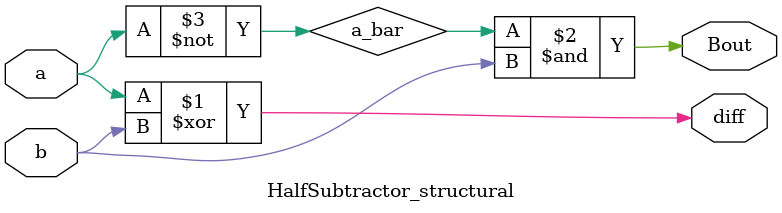
<source format=v>
module HalfSubtractor_structural(diff, Bout, a, b);
  output diff,Bout;
  input a, b;
  wire a_bar;
  xor g1(diff,a,b);
  not g2(a_bar,a);
  and g3(Bout,a_bar,b);
endmodule

</source>
